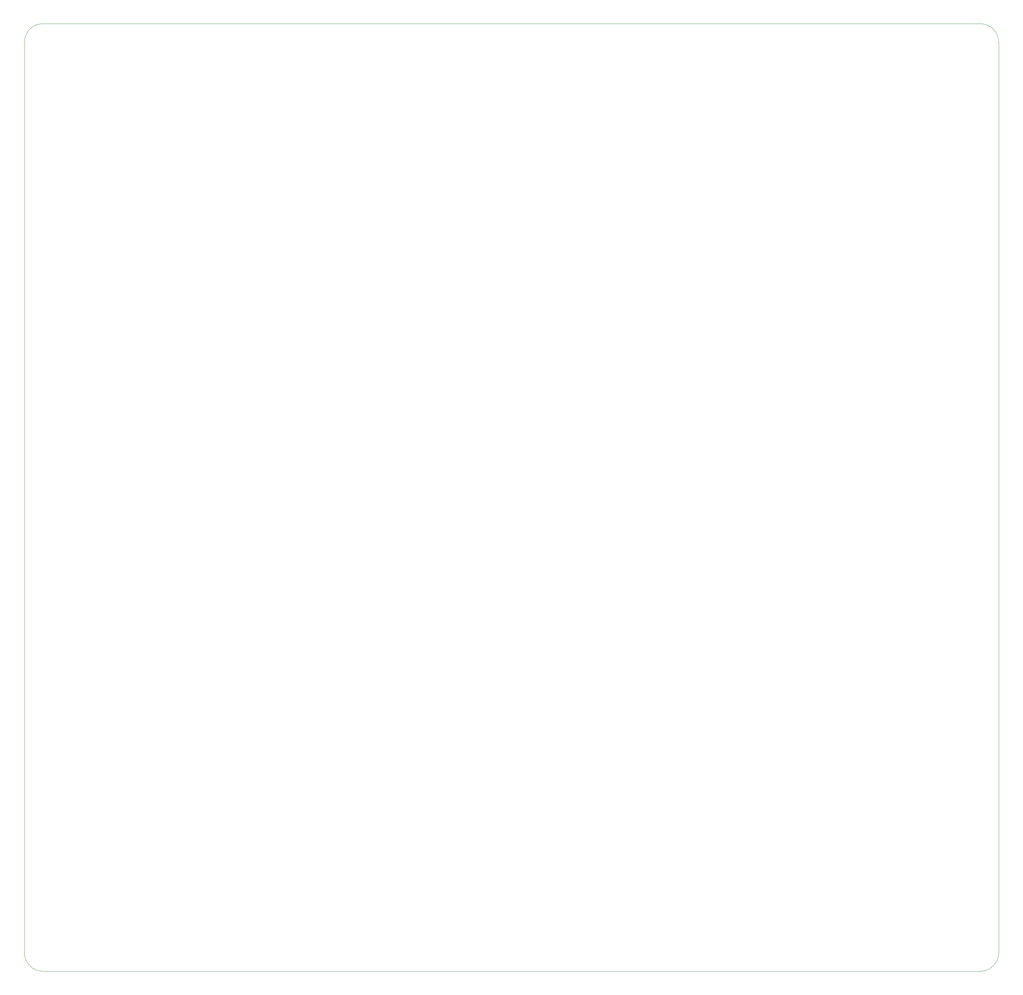
<source format=gm1>
%TF.GenerationSoftware,KiCad,Pcbnew,(6.0.7)*%
%TF.CreationDate,2022-08-15T09:33:02+10:00*%
%TF.ProjectId,Flatbox-rev1_1_a3,466c6174-626f-4782-9d72-6576315f315f,rev?*%
%TF.SameCoordinates,Original*%
%TF.FileFunction,Profile,NP*%
%FSLAX46Y46*%
G04 Gerber Fmt 4.6, Leading zero omitted, Abs format (unit mm)*
G04 Created by KiCad (PCBNEW (6.0.7)) date 2022-08-15 09:33:02*
%MOMM*%
%LPD*%
G01*
G04 APERTURE LIST*
%TA.AperFunction,Profile*%
%ADD10C,0.050000*%
%TD*%
G04 APERTURE END LIST*
D10*
X287655000Y-26040000D02*
X287655000Y-273959466D01*
X282655000Y-278959466D02*
X27225000Y-278959466D01*
X22225000Y-273959466D02*
X22225000Y-26040000D01*
X27225000Y-21040000D02*
X282655000Y-21040000D01*
X22225034Y-273959466D02*
G75*
G03*
X27225000Y-278959466I4999966J-34D01*
G01*
X282655000Y-278959500D02*
G75*
G03*
X287655000Y-273959466I0J5000000D01*
G01*
X287655000Y-26040000D02*
G75*
G03*
X282655000Y-21040000I-5000000J0D01*
G01*
X27225000Y-21040000D02*
G75*
G03*
X22225000Y-26040000I0J-5000000D01*
G01*
M02*

</source>
